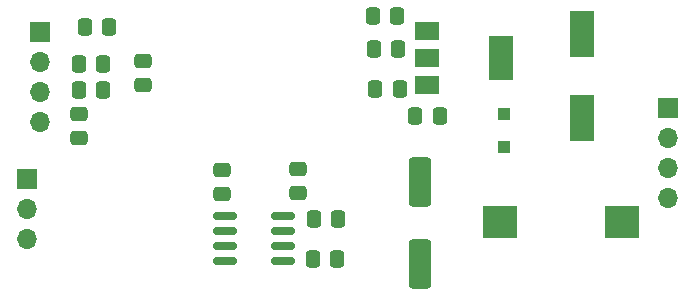
<source format=gbr>
%TF.GenerationSoftware,KiCad,Pcbnew,7.0.7*%
%TF.CreationDate,2024-03-01T11:29:19-05:00*%
%TF.ProjectId,Sh_mas,5368e96d-6173-42e6-9b69-6361645f7063,1.0*%
%TF.SameCoordinates,Original*%
%TF.FileFunction,Soldermask,Top*%
%TF.FilePolarity,Negative*%
%FSLAX46Y46*%
G04 Gerber Fmt 4.6, Leading zero omitted, Abs format (unit mm)*
G04 Created by KiCad (PCBNEW 7.0.7) date 2024-03-01 11:29:19*
%MOMM*%
%LPD*%
G01*
G04 APERTURE LIST*
G04 Aperture macros list*
%AMRoundRect*
0 Rectangle with rounded corners*
0 $1 Rounding radius*
0 $2 $3 $4 $5 $6 $7 $8 $9 X,Y pos of 4 corners*
0 Add a 4 corners polygon primitive as box body*
4,1,4,$2,$3,$4,$5,$6,$7,$8,$9,$2,$3,0*
0 Add four circle primitives for the rounded corners*
1,1,$1+$1,$2,$3*
1,1,$1+$1,$4,$5*
1,1,$1+$1,$6,$7*
1,1,$1+$1,$8,$9*
0 Add four rect primitives between the rounded corners*
20,1,$1+$1,$2,$3,$4,$5,0*
20,1,$1+$1,$4,$5,$6,$7,0*
20,1,$1+$1,$6,$7,$8,$9,0*
20,1,$1+$1,$8,$9,$2,$3,0*%
G04 Aperture macros list end*
%ADD10RoundRect,0.250000X0.337500X0.475000X-0.337500X0.475000X-0.337500X-0.475000X0.337500X-0.475000X0*%
%ADD11R,3.000000X2.800000*%
%ADD12RoundRect,0.250000X0.700000X-1.825000X0.700000X1.825000X-0.700000X1.825000X-0.700000X-1.825000X0*%
%ADD13R,2.000000X4.000000*%
%ADD14RoundRect,0.250000X0.475000X-0.337500X0.475000X0.337500X-0.475000X0.337500X-0.475000X-0.337500X0*%
%ADD15RoundRect,0.250000X0.300000X-0.300000X0.300000X0.300000X-0.300000X0.300000X-0.300000X-0.300000X0*%
%ADD16R,1.700000X1.700000*%
%ADD17O,1.700000X1.700000*%
%ADD18RoundRect,0.250000X-0.475000X0.337500X-0.475000X-0.337500X0.475000X-0.337500X0.475000X0.337500X0*%
%ADD19RoundRect,0.250000X-0.337500X-0.475000X0.337500X-0.475000X0.337500X0.475000X-0.337500X0.475000X0*%
%ADD20R,2.000000X1.500000*%
%ADD21R,2.000000X3.800000*%
%ADD22RoundRect,0.150000X-0.825000X-0.150000X0.825000X-0.150000X0.825000X0.150000X-0.825000X0.150000X0*%
G04 APERTURE END LIST*
D10*
%TO.C,C13*%
X104337500Y-64500000D03*
X102262500Y-64500000D03*
%TD*%
D11*
%TO.C,L1*%
X147725000Y-81050000D03*
X137425000Y-81050000D03*
%TD*%
D12*
%TO.C,C14*%
X130675000Y-84625000D03*
X130675000Y-77675000D03*
%TD*%
D13*
%TO.C,C16*%
X144375000Y-65150000D03*
X144375000Y-72250000D03*
%TD*%
D10*
%TO.C,R8*%
X123612500Y-84150000D03*
X121537500Y-84150000D03*
%TD*%
D14*
%TO.C,C12*%
X101800000Y-73937500D03*
X101800000Y-71862500D03*
%TD*%
D10*
%TO.C,R10*%
X103812500Y-67650000D03*
X101737500Y-67650000D03*
%TD*%
D15*
%TO.C,D1*%
X137775000Y-74650000D03*
X137775000Y-71850000D03*
%TD*%
D16*
%TO.C,J1*%
X98500000Y-64960000D03*
D17*
X98500000Y-67500000D03*
X98500000Y-70040000D03*
X98500000Y-72580000D03*
%TD*%
D18*
%TO.C,C10*%
X113875000Y-76612500D03*
X113875000Y-78687500D03*
%TD*%
D16*
%TO.C,J3*%
X151600000Y-71400000D03*
D17*
X151600000Y-73940000D03*
X151600000Y-76480000D03*
X151600000Y-79020000D03*
%TD*%
D10*
%TO.C,R1*%
X128712500Y-63550000D03*
X126637500Y-63550000D03*
%TD*%
%TO.C,R11*%
X103812500Y-69850000D03*
X101737500Y-69850000D03*
%TD*%
D18*
%TO.C,R12*%
X107200000Y-67362500D03*
X107200000Y-69437500D03*
%TD*%
%TO.C,C8*%
X120275000Y-76512500D03*
X120275000Y-78587500D03*
%TD*%
D19*
%TO.C,C4*%
X130237500Y-72050000D03*
X132312500Y-72050000D03*
%TD*%
D20*
%TO.C,U5*%
X131225000Y-64850000D03*
X131225000Y-67150000D03*
D21*
X137525000Y-67150000D03*
D20*
X131225000Y-69450000D03*
%TD*%
D16*
%TO.C,J4*%
X97325000Y-77375000D03*
D17*
X97325000Y-79915000D03*
X97325000Y-82455000D03*
%TD*%
D10*
%TO.C,R2*%
X128912500Y-69750000D03*
X126837500Y-69750000D03*
%TD*%
%TO.C,R9*%
X123712500Y-80750000D03*
X121637500Y-80750000D03*
%TD*%
%TO.C,C3*%
X128812500Y-66350000D03*
X126737500Y-66350000D03*
%TD*%
D22*
%TO.C,U2*%
X114100000Y-80545000D03*
X114100000Y-81815000D03*
X114100000Y-83085000D03*
X114100000Y-84355000D03*
X119050000Y-84355000D03*
X119050000Y-83085000D03*
X119050000Y-81815000D03*
X119050000Y-80545000D03*
%TD*%
M02*

</source>
